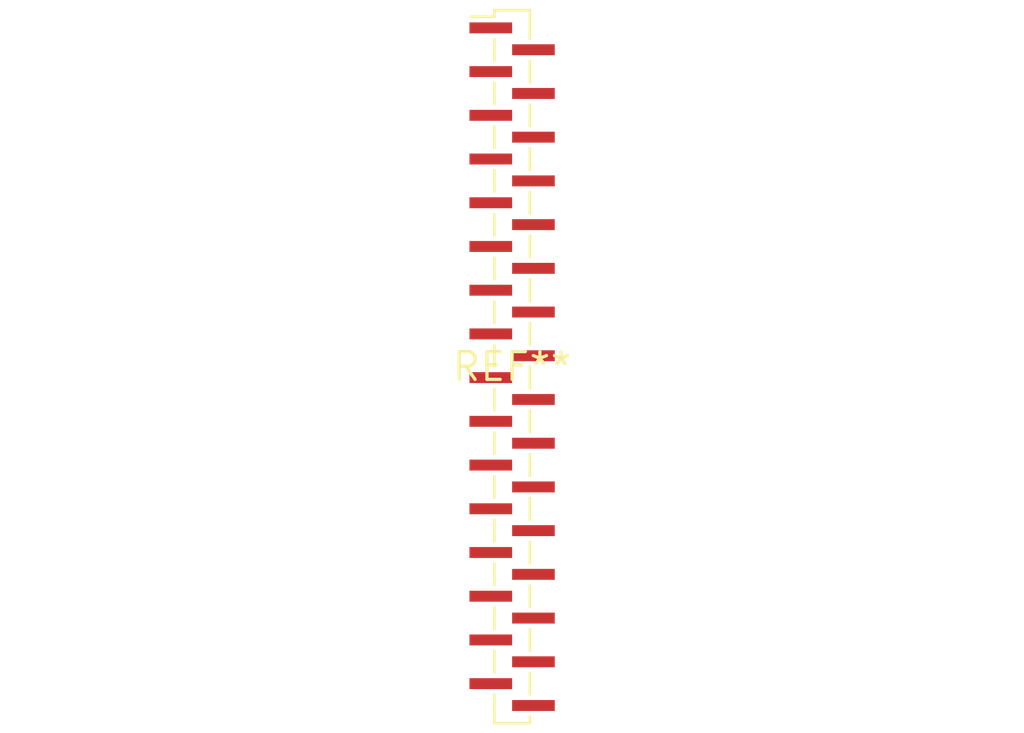
<source format=kicad_pcb>
(kicad_pcb (version 20240108) (generator pcbnew)
  (layers (0 "F.Cu" signal) (31 "B.Cu" signal) (34 "B.Paste" user) (35 "F.Paste" user) (36 "B.SilkS" user "B.Silkscreen") (37 "F.SilkS" user "F.Silkscreen") (38 "B.Mask" user) (39 "F.Mask" user) (44 "Edge.Cuts" user))
  (net 0 "")
  (footprint "PinSocket_1x32_P1.00mm_Vertical_SMD_Pin1Left" (layer "F.Cu") (at 0 0)
    (property "Reference" "REF**")
    (property "Value" "PinSocket_1x32_P1.00mm_Vertical_SMD_Pin1Left")
    (fp_line (start -1.89 -16.01) (end -0.81 -16.01) (layer "F.SilkS") (stroke (width 0.12)))
    (fp_line (start -0.81 -16.31) (end -0.81 -16.01) (layer "F.SilkS") (stroke (width 0.12)))
    (fp_line (start -0.81 -16.31) (end 0.81 -16.31) (layer "F.SilkS") (stroke (width 0.12)))
    (fp_line (start -0.81 -14.99) (end -0.81 -14.01) (layer "F.SilkS") (stroke (width 0.12)))
    (fp_line (start -0.81 -12.99) (end -0.81 -12.01) (layer "F.SilkS") (stroke (width 0.12)))
    (fp_line (start -0.81 -10.99) (end -0.81 -10.01) (layer "F.SilkS") (stroke (width 0.12)))
    (fp_line (start -0.81 -8.99) (end -0.81 -8.01) (layer "F.SilkS") (stroke (width 0.12)))
    (fp_line (start -0.81 -6.99) (end -0.81 -6.01) (layer "F.SilkS") (stroke (width 0.12)))
    (fp_line (start -0.81 -4.99) (end -0.81 -4.01) (layer "F.SilkS") (stroke (width 0.12)))
    (fp_line (start -0.81 -2.99) (end -0.81 -2.01) (layer "F.SilkS") (stroke (width 0.12)))
    (fp_line (start -0.81 -0.99) (end -0.81 -0.01) (layer "F.SilkS") (stroke (width 0.12)))
    (fp_line (start -0.81 1.01) (end -0.81 1.99) (layer "F.SilkS") (stroke (width 0.12)))
    (fp_line (start -0.81 3.01) (end -0.81 3.99) (layer "F.SilkS") (stroke (width 0.12)))
    (fp_line (start -0.81 5.01) (end -0.81 5.99) (layer "F.SilkS") (stroke (width 0.12)))
    (fp_line (start -0.81 7.01) (end -0.81 7.99) (layer "F.SilkS") (stroke (width 0.12)))
    (fp_line (start -0.81 9.01) (end -0.81 9.99) (layer "F.SilkS") (stroke (width 0.12)))
    (fp_line (start -0.81 11.01) (end -0.81 11.99) (layer "F.SilkS") (stroke (width 0.12)))
    (fp_line (start -0.81 13.01) (end -0.81 13.99) (layer "F.SilkS") (stroke (width 0.12)))
    (fp_line (start -0.81 15.01) (end -0.81 16.31) (layer "F.SilkS") (stroke (width 0.12)))
    (fp_line (start -0.81 16.31) (end 0.81 16.31) (layer "F.SilkS") (stroke (width 0.12)))
    (fp_line (start 0.81 -16.31) (end 0.81 -15.01) (layer "F.SilkS") (stroke (width 0.12)))
    (fp_line (start 0.81 -13.99) (end 0.81 -13.01) (layer "F.SilkS") (stroke (width 0.12)))
    (fp_line (start 0.81 -11.99) (end 0.81 -11.01) (layer "F.SilkS") (stroke (width 0.12)))
    (fp_line (start 0.81 -9.99) (end 0.81 -9.01) (layer "F.SilkS") (stroke (width 0.12)))
    (fp_line (start 0.81 -7.99) (end 0.81 -7.01) (layer "F.SilkS") (stroke (width 0.12)))
    (fp_line (start 0.81 -5.99) (end 0.81 -5.01) (layer "F.SilkS") (stroke (width 0.12)))
    (fp_line (start 0.81 -3.99) (end 0.81 -3.01) (layer "F.SilkS") (stroke (width 0.12)))
    (fp_line (start 0.81 -1.99) (end 0.81 -1.01) (layer "F.SilkS") (stroke (width 0.12)))
    (fp_line (start 0.81 0.01) (end 0.81 0.99) (layer "F.SilkS") (stroke (width 0.12)))
    (fp_line (start 0.81 2.01) (end 0.81 2.99) (layer "F.SilkS") (stroke (width 0.12)))
    (fp_line (start 0.81 4.01) (end 0.81 4.99) (layer "F.SilkS") (stroke (width 0.12)))
    (fp_line (start 0.81 6.01) (end 0.81 6.99) (layer "F.SilkS") (stroke (width 0.12)))
    (fp_line (start 0.81 8.01) (end 0.81 8.99) (layer "F.SilkS") (stroke (width 0.12)))
    (fp_line (start 0.81 10.01) (end 0.81 10.99) (layer "F.SilkS") (stroke (width 0.12)))
    (fp_line (start 0.81 12.01) (end 0.81 12.99) (layer "F.SilkS") (stroke (width 0.12)))
    (fp_line (start 0.81 14.01) (end 0.81 14.99) (layer "F.SilkS") (stroke (width 0.12)))
    (fp_line (start 0.81 16.01) (end 0.81 16.31) (layer "F.SilkS") (stroke (width 0.12)))
    (pad "1" smd rect (at -0.975 -15.5) (size 1.95 0.5) (layers "F.Cu" "F.Paste" "F.Mask"))
    (pad "2" smd rect (at 0.975 -14.5) (size 1.95 0.5) (layers "F.Cu" "F.Paste" "F.Mask"))
    (pad "3" smd rect (at -0.975 -13.5) (size 1.95 0.5) (layers "F.Cu" "F.Paste" "F.Mask"))
    (pad "4" smd rect (at 0.975 -12.5) (size 1.95 0.5) (layers "F.Cu" "F.Paste" "F.Mask"))
    (pad "5" smd rect (at -0.975 -11.5) (size 1.95 0.5) (layers "F.Cu" "F.Paste" "F.Mask"))
    (pad "6" smd rect (at 0.975 -10.5) (size 1.95 0.5) (layers "F.Cu" "F.Paste" "F.Mask"))
    (pad "7" smd rect (at -0.975 -9.5) (size 1.95 0.5) (layers "F.Cu" "F.Paste" "F.Mask"))
    (pad "8" smd rect (at 0.975 -8.5) (size 1.95 0.5) (layers "F.Cu" "F.Paste" "F.Mask"))
    (pad "9" smd rect (at -0.975 -7.5) (size 1.95 0.5) (layers "F.Cu" "F.Paste" "F.Mask"))
    (pad "10" smd rect (at 0.975 -6.5) (size 1.95 0.5) (layers "F.Cu" "F.Paste" "F.Mask"))
    (pad "11" smd rect (at -0.975 -5.5) (size 1.95 0.5) (layers "F.Cu" "F.Paste" "F.Mask"))
    (pad "12" smd rect (at 0.975 -4.5) (size 1.95 0.5) (layers "F.Cu" "F.Paste" "F.Mask"))
    (pad "13" smd rect (at -0.975 -3.5) (size 1.95 0.5) (layers "F.Cu" "F.Paste" "F.Mask"))
    (pad "14" smd rect (at 0.975 -2.5) (size 1.95 0.5) (layers "F.Cu" "F.Paste" "F.Mask"))
    (pad "15" smd rect (at -0.975 -1.5) (size 1.95 0.5) (layers "F.Cu" "F.Paste" "F.Mask"))
    (pad "16" smd rect (at 0.975 -0.5) (size 1.95 0.5) (layers "F.Cu" "F.Paste" "F.Mask"))
    (pad "17" smd rect (at -0.975 0.5) (size 1.95 0.5) (layers "F.Cu" "F.Paste" "F.Mask"))
    (pad "18" smd rect (at 0.975 1.5) (size 1.95 0.5) (layers "F.Cu" "F.Paste" "F.Mask"))
    (pad "19" smd rect (at -0.975 2.5) (size 1.95 0.5) (layers "F.Cu" "F.Paste" "F.Mask"))
    (pad "20" smd rect (at 0.975 3.5) (size 1.95 0.5) (layers "F.Cu" "F.Paste" "F.Mask"))
    (pad "21" smd rect (at -0.975 4.5) (size 1.95 0.5) (layers "F.Cu" "F.Paste" "F.Mask"))
    (pad "22" smd rect (at 0.975 5.5) (size 1.95 0.5) (layers "F.Cu" "F.Paste" "F.Mask"))
    (pad "23" smd rect (at -0.975 6.5) (size 1.95 0.5) (layers "F.Cu" "F.Paste" "F.Mask"))
    (pad "24" smd rect (at 0.975 7.5) (size 1.95 0.5) (layers "F.Cu" "F.Paste" "F.Mask"))
    (pad "25" smd rect (at -0.975 8.5) (size 1.95 0.5) (layers "F.Cu" "F.Paste" "F.Mask"))
    (pad "26" smd rect (at 0.975 9.5) (size 1.95 0.5) (layers "F.Cu" "F.Paste" "F.Mask"))
    (pad "27" smd rect (at -0.975 10.5) (size 1.95 0.5) (layers "F.Cu" "F.Paste" "F.Mask"))
    (pad "28" smd rect (at 0.975 11.5) (size 1.95 0.5) (layers "F.Cu" "F.Paste" "F.Mask"))
    (pad "29" smd rect (at -0.975 12.5) (size 1.95 0.5) (layers "F.Cu" "F.Paste" "F.Mask"))
    (pad "30" smd rect (at 0.975 13.5) (size 1.95 0.5) (layers "F.Cu" "F.Paste" "F.Mask"))
    (pad "31" smd rect (at -0.975 14.5) (size 1.95 0.5) (layers "F.Cu" "F.Paste" "F.Mask"))
    (pad "32" smd rect (at 0.975 15.5) (size 1.95 0.5) (layers "F.Cu" "F.Paste" "F.Mask"))
  )
)
</source>
